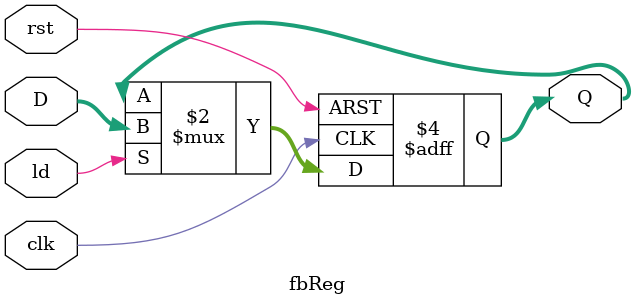
<source format=v>
`timescale 1ns / 1ps

module fbReg(
             input [3:0] D, // 4-bit data input
             input clk,      // clock input
             input rst,      // asynchronous reset input
             input ld,       // synchronous load input
             output reg [3:0] Q // 4-bit data output
);

  always @(posedge clk or posedge rst) begin
    if (rst) begin // if reset is high, Q=0000
      Q <= 4'b0000;
    end else begin
      if (ld) begin // if load is high, Q=D
        Q <= D;
      end
    end
  end

endmodule

</source>
